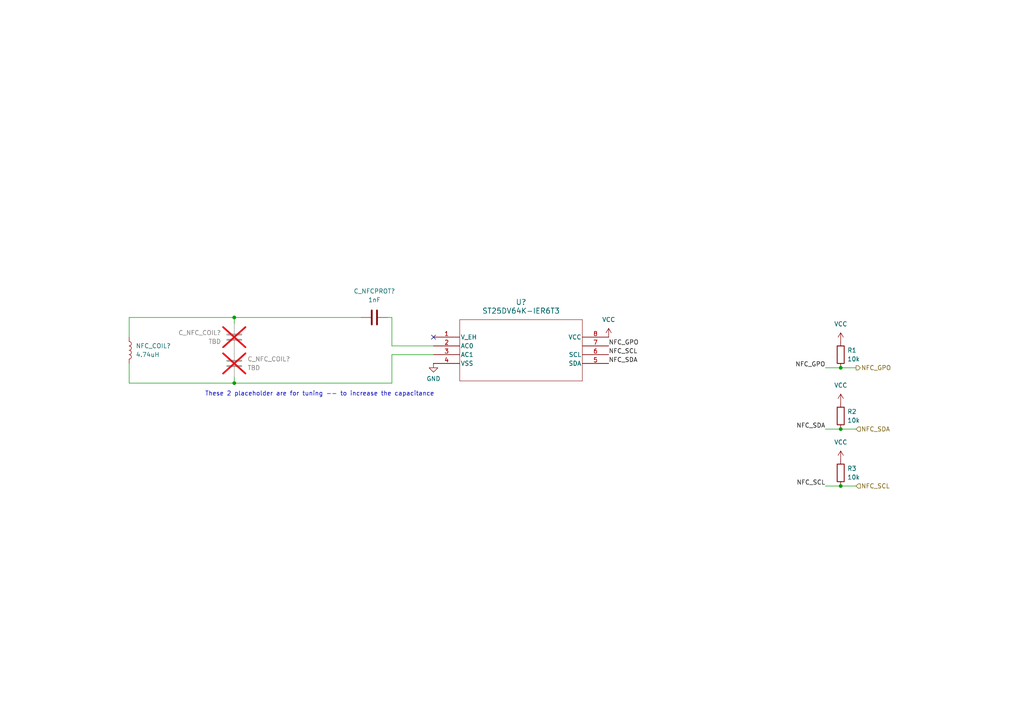
<source format=kicad_sch>
(kicad_sch (version 20250114) (generator "eeschema") (generator_version "9.0")
  (paper "A4")
  (title_block (title "NFC Tag") (date "2025-07-13") (rev "0.1"))
  (lib_symbols
    (symbol "Device:C" (pin_numbers (hide yes)) (pin_names (offset 0.254))
      (property "Reference" "C" (at 0.635 2.54 0))
      (property "Value" "C" (at 0.635 -2.54 0))
      (symbol "C_0_1"
        (polyline (pts (xy -2.032 0.762) (xy 2.032 0.762)) (stroke (width 0.508)))
        (polyline (pts (xy -2.032 -0.762) (xy 2.032 -0.762)) (stroke (width 0.508)))
      )
      (symbol "C_1_1"
        (pin passive line (at 0 3.81 270) (length 2.794) (name "~") (number "1"))
        (pin passive line (at 0 -3.81 90) (length 2.794) (name "~") (number "2"))
      )
    )
    (symbol "Device:L" (pin_numbers (hide yes)) (pin_names (offset 1.016) (hide yes))
      (property "Reference" "L" (at -1.27 0 90))
      (property "Value" "L" (at 1.905 0 90))
      (symbol "L_0_1"
        (arc (start 0 2.54) (mid 0.6323 1.905) (end 0 1.27))
        (arc (start 0 1.27) (mid 0.6323 0.635) (end 0 0))
        (arc (start 0 0) (mid 0.6323 -0.635) (end 0 -1.27))
        (arc (start 0 -1.27) (mid 0.6323 -1.905) (end 0 -2.54))
      )
      (symbol "L_1_1"
        (pin passive line (at 0 3.81 270) (length 1.27) (name "1") (number "1"))
        (pin passive line (at 0 -3.81 90) (length 1.27) (name "2") (number "2"))
      )
    )
    (symbol "Device:R" (pin_numbers (hide yes)) (pin_names (offset 0))
      (property "Reference" "R" (at 2.032 0 90))
      (property "Value" "R" (at 0 0 90))
      (symbol "R_0_1"
        (rectangle (start -1.016 -2.54) (end 1.016 2.54) (stroke (width 0.254)))
      )
      (symbol "R_1_1"
        (pin passive line (at 0 3.81 270) (length 1.27) (name "~") (number "1"))
        (pin passive line (at 0 -3.81 90) (length 1.27) (name "~") (number "2"))
      )
    )
    (symbol "ST25DV64K_IER6T3:ST25DV64K-IER6T3" (pin_names (offset 0.254))
      (property "Reference" "U" (at 25.4 10.16 0))
      (property "Value" "ST25DV64K-IER6T3" (at 25.4 7.62 0))
      (symbol "ST25DV64K-IER6T3_0_1"
        (polyline (pts (xy 7.62 5.08) (xy 7.62 -12.7)) (stroke (width 0.127)))
        (polyline (pts (xy 7.62 -12.7) (xy 43.18 -12.7)) (stroke (width 0.127)))
        (polyline (pts (xy 43.18 5.08) (xy 7.62 5.08)) (stroke (width 0.127)))
        (polyline (pts (xy 43.18 -12.7) (xy 43.18 5.08)) (stroke (width 0.127)))
        (pin unspecified line (at 0 0 0) (length 7.62) (name "V_EH") (number "1"))
        (pin bidirectional line (at 0 -2.54 0) (length 7.62) (name "AC0") (number "2"))
        (pin bidirectional line (at 0 -5.08 0) (length 7.62) (name "AC1") (number "3"))
        (pin power_out line (at 0 -7.62 0) (length 7.62) (name "VSS") (number "4"))
        (pin power_in line (at 50.8 0 180) (length 7.62) (name "VCC") (number "8"))
        (pin unspecified line (at 50.8 -2.54 180) (length 7.62) (name "") (number "7"))
        (pin unspecified line (at 50.8 -5.08 180) (length 7.62) (name "SCL") (number "6"))
        (pin unspecified line (at 50.8 -7.62 180) (length 7.62) (name "SDA") (number "5"))
      )
    )
    (symbol "power:GND" (power) (pin_numbers (hide yes)) (pin_names (offset 0) (hide yes))
      (property "Value" "GND" (at 0 -3.81 0))
      (symbol "GND_0_1"
        (polyline (pts (xy 0 0) (xy 0 -1.27) (xy 1.27 -1.27) (xy 0 -2.54) (xy -1.27 -1.27) (xy 0 -1.27)))
      )
      (symbol "GND_1_1"
        (pin power_in line (at 0 0 270) (length 0) (name "~") (number "1"))
      )
    )
    (symbol "power:VCC" (power) (pin_numbers (hide yes)) (pin_names (offset 0) (hide yes))
      (property "Value" "VCC" (at 0 3.556 0))
      (symbol "VCC_0_1"
        (polyline (pts (xy -0.762 1.27) (xy 0 2.54)))
        (polyline (pts (xy 0 2.54) (xy 0.762 1.27)))
        (polyline (pts (xy 0 0) (xy 0 2.54)))
      )
      (symbol "VCC_1_1"
        (pin power_in line (at 0 0 90) (length 0) (name "~") (number "1"))
      )
    )
  )
  (text "These 2 placeholder are for tuning -- to increase the capacitance\n" (at 92.71 114.3 0) (effects (font (size 1.27 1.27))))
  (junction (at 67.945 92.075))
  (junction (at 243.84 106.68))
  (junction (at 243.84 124.46))
  (junction (at 243.84 140.97))
  (junction (at 67.945 111.125))
  (no_connect (at 125.73 97.79))
  (wire (pts (xy 113.665 102.87) (xy 113.665 111.125)))
  (wire (pts (xy 239.395 106.68) (xy 243.84 106.68)))
  (wire (pts (xy 112.395 92.075) (xy 113.665 92.075)))
  (wire (pts (xy 243.84 140.97) (xy 248.285 140.97)))
  (wire (pts (xy 37.465 105.41) (xy 37.465 111.125)))
  (wire (pts (xy 243.84 106.68) (xy 248.285 106.68)))
  (wire (pts (xy 113.665 100.33) (xy 113.665 92.075)))
  (wire (pts (xy 239.395 140.97) (xy 243.84 140.97)))
  (wire (pts (xy 67.945 92.075) (xy 67.945 93.98)))
  (wire (pts (xy 67.945 109.22) (xy 67.945 111.125)))
  (wire (pts (xy 125.73 102.87) (xy 113.665 102.87)))
  (wire (pts (xy 67.945 92.075) (xy 104.775 92.075)))
  (wire (pts (xy 67.945 111.125) (xy 113.665 111.125)))
  (wire (pts (xy 37.465 92.075) (xy 37.465 97.79)))
  (wire (pts (xy 239.395 124.46) (xy 243.84 124.46)))
  (wire (pts (xy 243.84 124.46) (xy 248.285 124.46)))
  (wire (pts (xy 67.945 111.125) (xy 37.465 111.125)))
  (wire (pts (xy 37.465 92.075) (xy 67.945 92.075)))
  (wire (pts (xy 125.73 100.33) (xy 113.665 100.33)))
  (label "NFC_SCL" (at 176.53 102.87 0))
  (label "NFC_GPO" (at 239.395 106.68 180))
  (label "NFC_SDA" (at 239.395 124.46 180))
  (label "NFC_SCL" (at 239.395 140.97 180))
  (label "NFC_SDA" (at 176.53 105.41 0))
  (label "NFC_GPO" (at 176.53 100.33 0))
  (hierarchical_label "NFC_GPO" (shape output) (at 248.285 106.68 0))
  (hierarchical_label "NFC_SCL" (shape input) (at 248.285 140.97 0))
  (hierarchical_label "NFC_SDA" (shape input) (at 248.285 124.46 0))
  (symbol (lib_id "power:VCC") (at 243.84 99.06 0) (unit 1)
    (property "Reference" "#PWR02" (effects (hide yes)))
    (property "Value" "VCC" (at 243.84 93.98 0))
    (property "Description" "Power symbol creates a global label with name \"VCC\"" (effects (hide yes)))
  )
  (symbol (lib_id "power:VCC") (at 243.84 116.84 0) (unit 1)
    (property "Reference" "#PWR04" (effects (hide yes)))
    (property "Value" "VCC" (at 243.84 111.76 0))
    (property "Description" "Power symbol creates a global label with name \"VCC\"" (effects (hide yes)))
  )
  (symbol (lib_id "Device:R") (at 243.84 137.16 0) (unit 1)
    (property "Reference" "R3" (at 245.745 135.8899 0) (effects (justify left)))
    (property "Value" "10k" (at 245.745 138.4299 0) (effects (justify left)))
    (property "Footprint" "Resistor_SMD:R_0603_1608Metric" (effects (hide yes)))
    (property "Description" "Resistor" (effects (hide yes)))
  )
  (symbol (lib_id "Device:R") (at 243.84 120.65 0) (unit 1)
    (property "Reference" "R2" (at 245.745 119.3799 0) (effects (justify left)))
    (property "Value" "10k" (at 245.745 121.9199 0) (effects (justify left)))
    (property "Footprint" "Resistor_SMD:R_0603_1608Metric" (effects (hide yes)))
    (property "Description" "Resistor" (effects (hide yes)))
  )
  (symbol (lib_id "power:GND") (at 125.73 105.41 0) (unit 1)
    (property "Reference" "#PWR03" (effects (hide yes)))
    (property "Value" "GND" (at 125.73 109.855 0))
    (property "Description" "Power symbol creates a global label with name \"GND\" , ground" (effects (hide yes)))
    (instances (project "qi_charger_nfc_test" (path "" (reference "#PWR?") (unit 1))) (project "qi_charger_nfc_test" (path "" (reference "#PWR03") (unit 1))))
  )
  (symbol (lib_id "Device:C") (at 108.585 92.075 270) (unit 1)
    (property "Reference" "C_NFCPROT1" (at 108.585 84.455 90))
    (property "Value" "1nF" (at 108.585 86.995 90))
    (property "Footprint" "Capacitor_SMD:C_0603_1608Metric" (effects (hide yes)))
    (property "Description" "Unpolarized capacitor" (effects (hide yes)))
    (property "Comment" "25V" (effects (hide yes)))
    (instances (project "qi_charger_nfc_test" (path "" (reference "C_NFCPROT?") (unit 1))) (project "qi_charger_nfc_test" (path "" (reference "C_NFCPROT1") (unit 1))))
  )
  (symbol (lib_id "power:VCC") (at 243.84 133.35 0) (unit 1)
    (property "Reference" "#PWR05" (effects (hide yes)))
    (property "Value" "VCC" (at 243.84 128.27 0))
    (property "Description" "Power symbol creates a global label with name \"VCC\"" (effects (hide yes)))
  )
  (symbol (lib_id "ST25DV64K_IER6T3:ST25DV64K-IER6T3") (at 125.73 97.79 0) (unit 1)
    (property "Reference" "U1" (at 151.13 87.63 0) (effects (font (size 1.524 1.524))))
    (property "Value" "ST25DV64K-IER6T3" (at 151.13 90.17 0) (effects (font (size 1.524 1.524))))
    (property "Footprint" "ST25DV64K_IER6T3-footprints:TSSOP_V64K-IER6T3_STM" (effects (hide yes)))
    (property "Datasheet" "ST25DV64K-IER6T3" (effects (hide yes)))
    (instances (project "qi_charger_nfc_test" (path "" (reference "U?") (unit 1))) (project "qi_charger_nfc_test" (path "" (reference "U1") (unit 1))))
  )
  (symbol (lib_id "Device:R") (at 243.84 102.87 0) (unit 1)
    (property "Reference" "R1" (at 245.745 101.5999 0) (effects (justify left)))
    (property "Value" "10k" (at 245.745 104.1399 0) (effects (justify left)))
    (property "Footprint" "Resistor_SMD:R_0603_1608Metric" (effects (hide yes)))
    (property "Description" "Resistor" (effects (hide yes)))
  )
  (symbol (lib_id "Device:C") (at 67.945 105.41 180) (unit 1) (dnp yes)
    (property "Reference" "C_NFC_COIL2" (at 71.755 104.1399 0) (effects (justify right)))
    (property "Value" "TBD" (at 71.755 106.6799 0) (effects (justify right)))
    (property "Footprint" "Capacitor_SMD:C_0603_1608Metric" (effects (hide yes)))
    (property "Description" "Unpolarized capacitor" (effects (hide yes)))
    (instances (project "qi_charger_nfc_test" (path "" (reference "C_NFC_COIL?") (unit 1))) (project "qi_charger_nfc_test" (path "" (reference "C_NFC_COIL2") (unit 1))))
  )
  (symbol (lib_id "Device:C") (at 67.945 97.79 0) (mirror x) (unit 1) (dnp yes)
    (property "Reference" "C_NFC_COIL1" (at 64.135 96.5199 0) (effects (justify right)))
    (property "Value" "TBD" (at 64.135 99.0599 0) (effects (justify right)))
    (property "Footprint" "Capacitor_SMD:C_0603_1608Metric" (effects (hide yes)))
    (property "Description" "Unpolarized capacitor" (effects (hide yes)))
    (instances (project "qi_charger_nfc_test" (path "" (reference "C_NFC_COIL?") (unit 1))) (project "qi_charger_nfc_test" (path "" (reference "C_NFC_COIL1") (unit 1))))
  )
  (symbol (lib_id "power:VCC") (at 176.53 97.79 0) (unit 1)
    (property "Reference" "#PWR01" (effects (hide yes)))
    (property "Value" "VCC" (at 176.53 92.71 0))
    (property "Description" "Power symbol creates a global label with name \"VCC\"" (effects (hide yes)))
  )
  (symbol (lib_id "Device:L") (at 37.465 101.6 0) (unit 1) (in_bom no)
    (property "Reference" "NFC_COIL1" (at 39.37 100.3299 0) (effects (justify left)))
    (property "Value" "4.74uH" (at 39.37 102.8699 0) (effects (justify left)))
    (property "Footprint" "pcb_coils:NFC_COIL_4.74uH" (effects (hide yes)))
    (property "Description" "Inductor" (effects (hide yes)))
    (instances (project "" (path "" (reference "NFC_COIL?") (unit 1))) (project "" (path "" (reference "NFC_COIL1") (unit 1))))
  )
)
</source>
